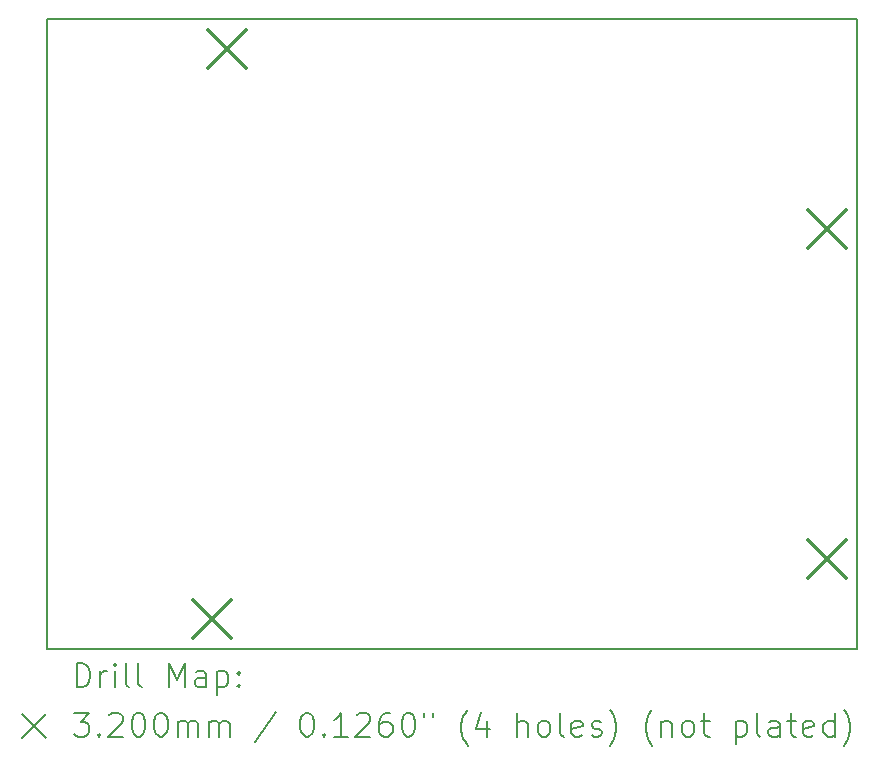
<source format=gbr>
%TF.GenerationSoftware,KiCad,Pcbnew,8.0.7*%
%TF.CreationDate,2025-01-27T00:19:11+09:00*%
%TF.ProjectId,arduino_clone,61726475-696e-46f5-9f63-6c6f6e652e6b,rev?*%
%TF.SameCoordinates,Original*%
%TF.FileFunction,Drillmap*%
%TF.FilePolarity,Positive*%
%FSLAX45Y45*%
G04 Gerber Fmt 4.5, Leading zero omitted, Abs format (unit mm)*
G04 Created by KiCad (PCBNEW 8.0.7) date 2025-01-27 00:19:11*
%MOMM*%
%LPD*%
G01*
G04 APERTURE LIST*
%ADD10C,0.150000*%
%ADD11C,0.200000*%
%ADD12C,0.320000*%
G04 APERTURE END LIST*
D10*
X10050000Y-10000000D02*
X10000000Y-10000000D01*
X10076200Y-4666000D02*
X10000000Y-4666000D01*
X10000000Y-4742200D02*
X10000000Y-4666000D01*
X16858000Y-6190000D02*
X16858000Y-4666000D01*
X16350000Y-4666000D02*
X16858000Y-4666000D01*
X16858000Y-9619000D02*
X16858000Y-10000000D01*
X16527800Y-10000000D02*
X16858000Y-10000000D01*
X10000000Y-10000000D02*
X10000000Y-4742200D01*
X16858000Y-6190000D02*
X16858000Y-9619000D01*
X16527800Y-10000000D02*
X10050000Y-10000000D01*
X10076200Y-4666000D02*
X16350000Y-4666000D01*
D11*
D12*
X11237000Y-9586000D02*
X11557000Y-9906000D01*
X11557000Y-9586000D02*
X11237000Y-9906000D01*
X11364000Y-4760000D02*
X11684000Y-5080000D01*
X11684000Y-4760000D02*
X11364000Y-5080000D01*
X16444000Y-6284000D02*
X16764000Y-6604000D01*
X16764000Y-6284000D02*
X16444000Y-6604000D01*
X16444000Y-9078000D02*
X16764000Y-9398000D01*
X16764000Y-9078000D02*
X16444000Y-9398000D01*
D11*
X10253277Y-10318984D02*
X10253277Y-10118984D01*
X10253277Y-10118984D02*
X10300896Y-10118984D01*
X10300896Y-10118984D02*
X10329467Y-10128508D01*
X10329467Y-10128508D02*
X10348515Y-10147555D01*
X10348515Y-10147555D02*
X10358039Y-10166603D01*
X10358039Y-10166603D02*
X10367563Y-10204698D01*
X10367563Y-10204698D02*
X10367563Y-10233270D01*
X10367563Y-10233270D02*
X10358039Y-10271365D01*
X10358039Y-10271365D02*
X10348515Y-10290412D01*
X10348515Y-10290412D02*
X10329467Y-10309460D01*
X10329467Y-10309460D02*
X10300896Y-10318984D01*
X10300896Y-10318984D02*
X10253277Y-10318984D01*
X10453277Y-10318984D02*
X10453277Y-10185650D01*
X10453277Y-10223746D02*
X10462801Y-10204698D01*
X10462801Y-10204698D02*
X10472324Y-10195174D01*
X10472324Y-10195174D02*
X10491372Y-10185650D01*
X10491372Y-10185650D02*
X10510420Y-10185650D01*
X10577086Y-10318984D02*
X10577086Y-10185650D01*
X10577086Y-10118984D02*
X10567563Y-10128508D01*
X10567563Y-10128508D02*
X10577086Y-10138031D01*
X10577086Y-10138031D02*
X10586610Y-10128508D01*
X10586610Y-10128508D02*
X10577086Y-10118984D01*
X10577086Y-10118984D02*
X10577086Y-10138031D01*
X10700896Y-10318984D02*
X10681848Y-10309460D01*
X10681848Y-10309460D02*
X10672324Y-10290412D01*
X10672324Y-10290412D02*
X10672324Y-10118984D01*
X10805658Y-10318984D02*
X10786610Y-10309460D01*
X10786610Y-10309460D02*
X10777086Y-10290412D01*
X10777086Y-10290412D02*
X10777086Y-10118984D01*
X11034229Y-10318984D02*
X11034229Y-10118984D01*
X11034229Y-10118984D02*
X11100896Y-10261841D01*
X11100896Y-10261841D02*
X11167563Y-10118984D01*
X11167563Y-10118984D02*
X11167563Y-10318984D01*
X11348515Y-10318984D02*
X11348515Y-10214222D01*
X11348515Y-10214222D02*
X11338991Y-10195174D01*
X11338991Y-10195174D02*
X11319943Y-10185650D01*
X11319943Y-10185650D02*
X11281848Y-10185650D01*
X11281848Y-10185650D02*
X11262801Y-10195174D01*
X11348515Y-10309460D02*
X11329467Y-10318984D01*
X11329467Y-10318984D02*
X11281848Y-10318984D01*
X11281848Y-10318984D02*
X11262801Y-10309460D01*
X11262801Y-10309460D02*
X11253277Y-10290412D01*
X11253277Y-10290412D02*
X11253277Y-10271365D01*
X11253277Y-10271365D02*
X11262801Y-10252317D01*
X11262801Y-10252317D02*
X11281848Y-10242793D01*
X11281848Y-10242793D02*
X11329467Y-10242793D01*
X11329467Y-10242793D02*
X11348515Y-10233270D01*
X11443753Y-10185650D02*
X11443753Y-10385650D01*
X11443753Y-10195174D02*
X11462801Y-10185650D01*
X11462801Y-10185650D02*
X11500896Y-10185650D01*
X11500896Y-10185650D02*
X11519943Y-10195174D01*
X11519943Y-10195174D02*
X11529467Y-10204698D01*
X11529467Y-10204698D02*
X11538991Y-10223746D01*
X11538991Y-10223746D02*
X11538991Y-10280889D01*
X11538991Y-10280889D02*
X11529467Y-10299936D01*
X11529467Y-10299936D02*
X11519943Y-10309460D01*
X11519943Y-10309460D02*
X11500896Y-10318984D01*
X11500896Y-10318984D02*
X11462801Y-10318984D01*
X11462801Y-10318984D02*
X11443753Y-10309460D01*
X11624705Y-10299936D02*
X11634229Y-10309460D01*
X11634229Y-10309460D02*
X11624705Y-10318984D01*
X11624705Y-10318984D02*
X11615182Y-10309460D01*
X11615182Y-10309460D02*
X11624705Y-10299936D01*
X11624705Y-10299936D02*
X11624705Y-10318984D01*
X11624705Y-10195174D02*
X11634229Y-10204698D01*
X11634229Y-10204698D02*
X11624705Y-10214222D01*
X11624705Y-10214222D02*
X11615182Y-10204698D01*
X11615182Y-10204698D02*
X11624705Y-10195174D01*
X11624705Y-10195174D02*
X11624705Y-10214222D01*
X9792500Y-10547500D02*
X9992500Y-10747500D01*
X9992500Y-10547500D02*
X9792500Y-10747500D01*
X10234229Y-10538984D02*
X10358039Y-10538984D01*
X10358039Y-10538984D02*
X10291372Y-10615174D01*
X10291372Y-10615174D02*
X10319944Y-10615174D01*
X10319944Y-10615174D02*
X10338991Y-10624698D01*
X10338991Y-10624698D02*
X10348515Y-10634222D01*
X10348515Y-10634222D02*
X10358039Y-10653270D01*
X10358039Y-10653270D02*
X10358039Y-10700889D01*
X10358039Y-10700889D02*
X10348515Y-10719936D01*
X10348515Y-10719936D02*
X10338991Y-10729460D01*
X10338991Y-10729460D02*
X10319944Y-10738984D01*
X10319944Y-10738984D02*
X10262801Y-10738984D01*
X10262801Y-10738984D02*
X10243753Y-10729460D01*
X10243753Y-10729460D02*
X10234229Y-10719936D01*
X10443753Y-10719936D02*
X10453277Y-10729460D01*
X10453277Y-10729460D02*
X10443753Y-10738984D01*
X10443753Y-10738984D02*
X10434229Y-10729460D01*
X10434229Y-10729460D02*
X10443753Y-10719936D01*
X10443753Y-10719936D02*
X10443753Y-10738984D01*
X10529467Y-10558031D02*
X10538991Y-10548508D01*
X10538991Y-10548508D02*
X10558039Y-10538984D01*
X10558039Y-10538984D02*
X10605658Y-10538984D01*
X10605658Y-10538984D02*
X10624705Y-10548508D01*
X10624705Y-10548508D02*
X10634229Y-10558031D01*
X10634229Y-10558031D02*
X10643753Y-10577079D01*
X10643753Y-10577079D02*
X10643753Y-10596127D01*
X10643753Y-10596127D02*
X10634229Y-10624698D01*
X10634229Y-10624698D02*
X10519944Y-10738984D01*
X10519944Y-10738984D02*
X10643753Y-10738984D01*
X10767563Y-10538984D02*
X10786610Y-10538984D01*
X10786610Y-10538984D02*
X10805658Y-10548508D01*
X10805658Y-10548508D02*
X10815182Y-10558031D01*
X10815182Y-10558031D02*
X10824705Y-10577079D01*
X10824705Y-10577079D02*
X10834229Y-10615174D01*
X10834229Y-10615174D02*
X10834229Y-10662793D01*
X10834229Y-10662793D02*
X10824705Y-10700889D01*
X10824705Y-10700889D02*
X10815182Y-10719936D01*
X10815182Y-10719936D02*
X10805658Y-10729460D01*
X10805658Y-10729460D02*
X10786610Y-10738984D01*
X10786610Y-10738984D02*
X10767563Y-10738984D01*
X10767563Y-10738984D02*
X10748515Y-10729460D01*
X10748515Y-10729460D02*
X10738991Y-10719936D01*
X10738991Y-10719936D02*
X10729467Y-10700889D01*
X10729467Y-10700889D02*
X10719944Y-10662793D01*
X10719944Y-10662793D02*
X10719944Y-10615174D01*
X10719944Y-10615174D02*
X10729467Y-10577079D01*
X10729467Y-10577079D02*
X10738991Y-10558031D01*
X10738991Y-10558031D02*
X10748515Y-10548508D01*
X10748515Y-10548508D02*
X10767563Y-10538984D01*
X10958039Y-10538984D02*
X10977086Y-10538984D01*
X10977086Y-10538984D02*
X10996134Y-10548508D01*
X10996134Y-10548508D02*
X11005658Y-10558031D01*
X11005658Y-10558031D02*
X11015182Y-10577079D01*
X11015182Y-10577079D02*
X11024705Y-10615174D01*
X11024705Y-10615174D02*
X11024705Y-10662793D01*
X11024705Y-10662793D02*
X11015182Y-10700889D01*
X11015182Y-10700889D02*
X11005658Y-10719936D01*
X11005658Y-10719936D02*
X10996134Y-10729460D01*
X10996134Y-10729460D02*
X10977086Y-10738984D01*
X10977086Y-10738984D02*
X10958039Y-10738984D01*
X10958039Y-10738984D02*
X10938991Y-10729460D01*
X10938991Y-10729460D02*
X10929467Y-10719936D01*
X10929467Y-10719936D02*
X10919944Y-10700889D01*
X10919944Y-10700889D02*
X10910420Y-10662793D01*
X10910420Y-10662793D02*
X10910420Y-10615174D01*
X10910420Y-10615174D02*
X10919944Y-10577079D01*
X10919944Y-10577079D02*
X10929467Y-10558031D01*
X10929467Y-10558031D02*
X10938991Y-10548508D01*
X10938991Y-10548508D02*
X10958039Y-10538984D01*
X11110420Y-10738984D02*
X11110420Y-10605650D01*
X11110420Y-10624698D02*
X11119944Y-10615174D01*
X11119944Y-10615174D02*
X11138991Y-10605650D01*
X11138991Y-10605650D02*
X11167563Y-10605650D01*
X11167563Y-10605650D02*
X11186610Y-10615174D01*
X11186610Y-10615174D02*
X11196134Y-10634222D01*
X11196134Y-10634222D02*
X11196134Y-10738984D01*
X11196134Y-10634222D02*
X11205658Y-10615174D01*
X11205658Y-10615174D02*
X11224705Y-10605650D01*
X11224705Y-10605650D02*
X11253277Y-10605650D01*
X11253277Y-10605650D02*
X11272324Y-10615174D01*
X11272324Y-10615174D02*
X11281848Y-10634222D01*
X11281848Y-10634222D02*
X11281848Y-10738984D01*
X11377086Y-10738984D02*
X11377086Y-10605650D01*
X11377086Y-10624698D02*
X11386610Y-10615174D01*
X11386610Y-10615174D02*
X11405658Y-10605650D01*
X11405658Y-10605650D02*
X11434229Y-10605650D01*
X11434229Y-10605650D02*
X11453277Y-10615174D01*
X11453277Y-10615174D02*
X11462801Y-10634222D01*
X11462801Y-10634222D02*
X11462801Y-10738984D01*
X11462801Y-10634222D02*
X11472324Y-10615174D01*
X11472324Y-10615174D02*
X11491372Y-10605650D01*
X11491372Y-10605650D02*
X11519943Y-10605650D01*
X11519943Y-10605650D02*
X11538991Y-10615174D01*
X11538991Y-10615174D02*
X11548515Y-10634222D01*
X11548515Y-10634222D02*
X11548515Y-10738984D01*
X11938991Y-10529460D02*
X11767563Y-10786603D01*
X12196134Y-10538984D02*
X12215182Y-10538984D01*
X12215182Y-10538984D02*
X12234229Y-10548508D01*
X12234229Y-10548508D02*
X12243753Y-10558031D01*
X12243753Y-10558031D02*
X12253277Y-10577079D01*
X12253277Y-10577079D02*
X12262801Y-10615174D01*
X12262801Y-10615174D02*
X12262801Y-10662793D01*
X12262801Y-10662793D02*
X12253277Y-10700889D01*
X12253277Y-10700889D02*
X12243753Y-10719936D01*
X12243753Y-10719936D02*
X12234229Y-10729460D01*
X12234229Y-10729460D02*
X12215182Y-10738984D01*
X12215182Y-10738984D02*
X12196134Y-10738984D01*
X12196134Y-10738984D02*
X12177086Y-10729460D01*
X12177086Y-10729460D02*
X12167563Y-10719936D01*
X12167563Y-10719936D02*
X12158039Y-10700889D01*
X12158039Y-10700889D02*
X12148515Y-10662793D01*
X12148515Y-10662793D02*
X12148515Y-10615174D01*
X12148515Y-10615174D02*
X12158039Y-10577079D01*
X12158039Y-10577079D02*
X12167563Y-10558031D01*
X12167563Y-10558031D02*
X12177086Y-10548508D01*
X12177086Y-10548508D02*
X12196134Y-10538984D01*
X12348515Y-10719936D02*
X12358039Y-10729460D01*
X12358039Y-10729460D02*
X12348515Y-10738984D01*
X12348515Y-10738984D02*
X12338991Y-10729460D01*
X12338991Y-10729460D02*
X12348515Y-10719936D01*
X12348515Y-10719936D02*
X12348515Y-10738984D01*
X12548515Y-10738984D02*
X12434229Y-10738984D01*
X12491372Y-10738984D02*
X12491372Y-10538984D01*
X12491372Y-10538984D02*
X12472325Y-10567555D01*
X12472325Y-10567555D02*
X12453277Y-10586603D01*
X12453277Y-10586603D02*
X12434229Y-10596127D01*
X12624706Y-10558031D02*
X12634229Y-10548508D01*
X12634229Y-10548508D02*
X12653277Y-10538984D01*
X12653277Y-10538984D02*
X12700896Y-10538984D01*
X12700896Y-10538984D02*
X12719944Y-10548508D01*
X12719944Y-10548508D02*
X12729467Y-10558031D01*
X12729467Y-10558031D02*
X12738991Y-10577079D01*
X12738991Y-10577079D02*
X12738991Y-10596127D01*
X12738991Y-10596127D02*
X12729467Y-10624698D01*
X12729467Y-10624698D02*
X12615182Y-10738984D01*
X12615182Y-10738984D02*
X12738991Y-10738984D01*
X12910420Y-10538984D02*
X12872325Y-10538984D01*
X12872325Y-10538984D02*
X12853277Y-10548508D01*
X12853277Y-10548508D02*
X12843753Y-10558031D01*
X12843753Y-10558031D02*
X12824706Y-10586603D01*
X12824706Y-10586603D02*
X12815182Y-10624698D01*
X12815182Y-10624698D02*
X12815182Y-10700889D01*
X12815182Y-10700889D02*
X12824706Y-10719936D01*
X12824706Y-10719936D02*
X12834229Y-10729460D01*
X12834229Y-10729460D02*
X12853277Y-10738984D01*
X12853277Y-10738984D02*
X12891372Y-10738984D01*
X12891372Y-10738984D02*
X12910420Y-10729460D01*
X12910420Y-10729460D02*
X12919944Y-10719936D01*
X12919944Y-10719936D02*
X12929467Y-10700889D01*
X12929467Y-10700889D02*
X12929467Y-10653270D01*
X12929467Y-10653270D02*
X12919944Y-10634222D01*
X12919944Y-10634222D02*
X12910420Y-10624698D01*
X12910420Y-10624698D02*
X12891372Y-10615174D01*
X12891372Y-10615174D02*
X12853277Y-10615174D01*
X12853277Y-10615174D02*
X12834229Y-10624698D01*
X12834229Y-10624698D02*
X12824706Y-10634222D01*
X12824706Y-10634222D02*
X12815182Y-10653270D01*
X13053277Y-10538984D02*
X13072325Y-10538984D01*
X13072325Y-10538984D02*
X13091372Y-10548508D01*
X13091372Y-10548508D02*
X13100896Y-10558031D01*
X13100896Y-10558031D02*
X13110420Y-10577079D01*
X13110420Y-10577079D02*
X13119944Y-10615174D01*
X13119944Y-10615174D02*
X13119944Y-10662793D01*
X13119944Y-10662793D02*
X13110420Y-10700889D01*
X13110420Y-10700889D02*
X13100896Y-10719936D01*
X13100896Y-10719936D02*
X13091372Y-10729460D01*
X13091372Y-10729460D02*
X13072325Y-10738984D01*
X13072325Y-10738984D02*
X13053277Y-10738984D01*
X13053277Y-10738984D02*
X13034229Y-10729460D01*
X13034229Y-10729460D02*
X13024706Y-10719936D01*
X13024706Y-10719936D02*
X13015182Y-10700889D01*
X13015182Y-10700889D02*
X13005658Y-10662793D01*
X13005658Y-10662793D02*
X13005658Y-10615174D01*
X13005658Y-10615174D02*
X13015182Y-10577079D01*
X13015182Y-10577079D02*
X13024706Y-10558031D01*
X13024706Y-10558031D02*
X13034229Y-10548508D01*
X13034229Y-10548508D02*
X13053277Y-10538984D01*
X13196134Y-10538984D02*
X13196134Y-10577079D01*
X13272325Y-10538984D02*
X13272325Y-10577079D01*
X13567563Y-10815174D02*
X13558039Y-10805650D01*
X13558039Y-10805650D02*
X13538991Y-10777079D01*
X13538991Y-10777079D02*
X13529468Y-10758031D01*
X13529468Y-10758031D02*
X13519944Y-10729460D01*
X13519944Y-10729460D02*
X13510420Y-10681841D01*
X13510420Y-10681841D02*
X13510420Y-10643746D01*
X13510420Y-10643746D02*
X13519944Y-10596127D01*
X13519944Y-10596127D02*
X13529468Y-10567555D01*
X13529468Y-10567555D02*
X13538991Y-10548508D01*
X13538991Y-10548508D02*
X13558039Y-10519936D01*
X13558039Y-10519936D02*
X13567563Y-10510412D01*
X13729468Y-10605650D02*
X13729468Y-10738984D01*
X13681848Y-10529460D02*
X13634229Y-10672317D01*
X13634229Y-10672317D02*
X13758039Y-10672317D01*
X13986610Y-10738984D02*
X13986610Y-10538984D01*
X14072325Y-10738984D02*
X14072325Y-10634222D01*
X14072325Y-10634222D02*
X14062801Y-10615174D01*
X14062801Y-10615174D02*
X14043753Y-10605650D01*
X14043753Y-10605650D02*
X14015182Y-10605650D01*
X14015182Y-10605650D02*
X13996134Y-10615174D01*
X13996134Y-10615174D02*
X13986610Y-10624698D01*
X14196134Y-10738984D02*
X14177087Y-10729460D01*
X14177087Y-10729460D02*
X14167563Y-10719936D01*
X14167563Y-10719936D02*
X14158039Y-10700889D01*
X14158039Y-10700889D02*
X14158039Y-10643746D01*
X14158039Y-10643746D02*
X14167563Y-10624698D01*
X14167563Y-10624698D02*
X14177087Y-10615174D01*
X14177087Y-10615174D02*
X14196134Y-10605650D01*
X14196134Y-10605650D02*
X14224706Y-10605650D01*
X14224706Y-10605650D02*
X14243753Y-10615174D01*
X14243753Y-10615174D02*
X14253277Y-10624698D01*
X14253277Y-10624698D02*
X14262801Y-10643746D01*
X14262801Y-10643746D02*
X14262801Y-10700889D01*
X14262801Y-10700889D02*
X14253277Y-10719936D01*
X14253277Y-10719936D02*
X14243753Y-10729460D01*
X14243753Y-10729460D02*
X14224706Y-10738984D01*
X14224706Y-10738984D02*
X14196134Y-10738984D01*
X14377087Y-10738984D02*
X14358039Y-10729460D01*
X14358039Y-10729460D02*
X14348515Y-10710412D01*
X14348515Y-10710412D02*
X14348515Y-10538984D01*
X14529468Y-10729460D02*
X14510420Y-10738984D01*
X14510420Y-10738984D02*
X14472325Y-10738984D01*
X14472325Y-10738984D02*
X14453277Y-10729460D01*
X14453277Y-10729460D02*
X14443753Y-10710412D01*
X14443753Y-10710412D02*
X14443753Y-10634222D01*
X14443753Y-10634222D02*
X14453277Y-10615174D01*
X14453277Y-10615174D02*
X14472325Y-10605650D01*
X14472325Y-10605650D02*
X14510420Y-10605650D01*
X14510420Y-10605650D02*
X14529468Y-10615174D01*
X14529468Y-10615174D02*
X14538991Y-10634222D01*
X14538991Y-10634222D02*
X14538991Y-10653270D01*
X14538991Y-10653270D02*
X14443753Y-10672317D01*
X14615182Y-10729460D02*
X14634230Y-10738984D01*
X14634230Y-10738984D02*
X14672325Y-10738984D01*
X14672325Y-10738984D02*
X14691372Y-10729460D01*
X14691372Y-10729460D02*
X14700896Y-10710412D01*
X14700896Y-10710412D02*
X14700896Y-10700889D01*
X14700896Y-10700889D02*
X14691372Y-10681841D01*
X14691372Y-10681841D02*
X14672325Y-10672317D01*
X14672325Y-10672317D02*
X14643753Y-10672317D01*
X14643753Y-10672317D02*
X14624706Y-10662793D01*
X14624706Y-10662793D02*
X14615182Y-10643746D01*
X14615182Y-10643746D02*
X14615182Y-10634222D01*
X14615182Y-10634222D02*
X14624706Y-10615174D01*
X14624706Y-10615174D02*
X14643753Y-10605650D01*
X14643753Y-10605650D02*
X14672325Y-10605650D01*
X14672325Y-10605650D02*
X14691372Y-10615174D01*
X14767563Y-10815174D02*
X14777087Y-10805650D01*
X14777087Y-10805650D02*
X14796134Y-10777079D01*
X14796134Y-10777079D02*
X14805658Y-10758031D01*
X14805658Y-10758031D02*
X14815182Y-10729460D01*
X14815182Y-10729460D02*
X14824706Y-10681841D01*
X14824706Y-10681841D02*
X14824706Y-10643746D01*
X14824706Y-10643746D02*
X14815182Y-10596127D01*
X14815182Y-10596127D02*
X14805658Y-10567555D01*
X14805658Y-10567555D02*
X14796134Y-10548508D01*
X14796134Y-10548508D02*
X14777087Y-10519936D01*
X14777087Y-10519936D02*
X14767563Y-10510412D01*
X15129468Y-10815174D02*
X15119944Y-10805650D01*
X15119944Y-10805650D02*
X15100896Y-10777079D01*
X15100896Y-10777079D02*
X15091372Y-10758031D01*
X15091372Y-10758031D02*
X15081849Y-10729460D01*
X15081849Y-10729460D02*
X15072325Y-10681841D01*
X15072325Y-10681841D02*
X15072325Y-10643746D01*
X15072325Y-10643746D02*
X15081849Y-10596127D01*
X15081849Y-10596127D02*
X15091372Y-10567555D01*
X15091372Y-10567555D02*
X15100896Y-10548508D01*
X15100896Y-10548508D02*
X15119944Y-10519936D01*
X15119944Y-10519936D02*
X15129468Y-10510412D01*
X15205658Y-10605650D02*
X15205658Y-10738984D01*
X15205658Y-10624698D02*
X15215182Y-10615174D01*
X15215182Y-10615174D02*
X15234230Y-10605650D01*
X15234230Y-10605650D02*
X15262801Y-10605650D01*
X15262801Y-10605650D02*
X15281849Y-10615174D01*
X15281849Y-10615174D02*
X15291372Y-10634222D01*
X15291372Y-10634222D02*
X15291372Y-10738984D01*
X15415182Y-10738984D02*
X15396134Y-10729460D01*
X15396134Y-10729460D02*
X15386611Y-10719936D01*
X15386611Y-10719936D02*
X15377087Y-10700889D01*
X15377087Y-10700889D02*
X15377087Y-10643746D01*
X15377087Y-10643746D02*
X15386611Y-10624698D01*
X15386611Y-10624698D02*
X15396134Y-10615174D01*
X15396134Y-10615174D02*
X15415182Y-10605650D01*
X15415182Y-10605650D02*
X15443753Y-10605650D01*
X15443753Y-10605650D02*
X15462801Y-10615174D01*
X15462801Y-10615174D02*
X15472325Y-10624698D01*
X15472325Y-10624698D02*
X15481849Y-10643746D01*
X15481849Y-10643746D02*
X15481849Y-10700889D01*
X15481849Y-10700889D02*
X15472325Y-10719936D01*
X15472325Y-10719936D02*
X15462801Y-10729460D01*
X15462801Y-10729460D02*
X15443753Y-10738984D01*
X15443753Y-10738984D02*
X15415182Y-10738984D01*
X15538992Y-10605650D02*
X15615182Y-10605650D01*
X15567563Y-10538984D02*
X15567563Y-10710412D01*
X15567563Y-10710412D02*
X15577087Y-10729460D01*
X15577087Y-10729460D02*
X15596134Y-10738984D01*
X15596134Y-10738984D02*
X15615182Y-10738984D01*
X15834230Y-10605650D02*
X15834230Y-10805650D01*
X15834230Y-10615174D02*
X15853277Y-10605650D01*
X15853277Y-10605650D02*
X15891373Y-10605650D01*
X15891373Y-10605650D02*
X15910420Y-10615174D01*
X15910420Y-10615174D02*
X15919944Y-10624698D01*
X15919944Y-10624698D02*
X15929468Y-10643746D01*
X15929468Y-10643746D02*
X15929468Y-10700889D01*
X15929468Y-10700889D02*
X15919944Y-10719936D01*
X15919944Y-10719936D02*
X15910420Y-10729460D01*
X15910420Y-10729460D02*
X15891373Y-10738984D01*
X15891373Y-10738984D02*
X15853277Y-10738984D01*
X15853277Y-10738984D02*
X15834230Y-10729460D01*
X16043753Y-10738984D02*
X16024706Y-10729460D01*
X16024706Y-10729460D02*
X16015182Y-10710412D01*
X16015182Y-10710412D02*
X16015182Y-10538984D01*
X16205658Y-10738984D02*
X16205658Y-10634222D01*
X16205658Y-10634222D02*
X16196134Y-10615174D01*
X16196134Y-10615174D02*
X16177087Y-10605650D01*
X16177087Y-10605650D02*
X16138992Y-10605650D01*
X16138992Y-10605650D02*
X16119944Y-10615174D01*
X16205658Y-10729460D02*
X16186611Y-10738984D01*
X16186611Y-10738984D02*
X16138992Y-10738984D01*
X16138992Y-10738984D02*
X16119944Y-10729460D01*
X16119944Y-10729460D02*
X16110420Y-10710412D01*
X16110420Y-10710412D02*
X16110420Y-10691365D01*
X16110420Y-10691365D02*
X16119944Y-10672317D01*
X16119944Y-10672317D02*
X16138992Y-10662793D01*
X16138992Y-10662793D02*
X16186611Y-10662793D01*
X16186611Y-10662793D02*
X16205658Y-10653270D01*
X16272325Y-10605650D02*
X16348515Y-10605650D01*
X16300896Y-10538984D02*
X16300896Y-10710412D01*
X16300896Y-10710412D02*
X16310420Y-10729460D01*
X16310420Y-10729460D02*
X16329468Y-10738984D01*
X16329468Y-10738984D02*
X16348515Y-10738984D01*
X16491373Y-10729460D02*
X16472325Y-10738984D01*
X16472325Y-10738984D02*
X16434230Y-10738984D01*
X16434230Y-10738984D02*
X16415182Y-10729460D01*
X16415182Y-10729460D02*
X16405658Y-10710412D01*
X16405658Y-10710412D02*
X16405658Y-10634222D01*
X16405658Y-10634222D02*
X16415182Y-10615174D01*
X16415182Y-10615174D02*
X16434230Y-10605650D01*
X16434230Y-10605650D02*
X16472325Y-10605650D01*
X16472325Y-10605650D02*
X16491373Y-10615174D01*
X16491373Y-10615174D02*
X16500896Y-10634222D01*
X16500896Y-10634222D02*
X16500896Y-10653270D01*
X16500896Y-10653270D02*
X16405658Y-10672317D01*
X16672325Y-10738984D02*
X16672325Y-10538984D01*
X16672325Y-10729460D02*
X16653277Y-10738984D01*
X16653277Y-10738984D02*
X16615182Y-10738984D01*
X16615182Y-10738984D02*
X16596134Y-10729460D01*
X16596134Y-10729460D02*
X16586611Y-10719936D01*
X16586611Y-10719936D02*
X16577087Y-10700889D01*
X16577087Y-10700889D02*
X16577087Y-10643746D01*
X16577087Y-10643746D02*
X16586611Y-10624698D01*
X16586611Y-10624698D02*
X16596134Y-10615174D01*
X16596134Y-10615174D02*
X16615182Y-10605650D01*
X16615182Y-10605650D02*
X16653277Y-10605650D01*
X16653277Y-10605650D02*
X16672325Y-10615174D01*
X16748515Y-10815174D02*
X16758039Y-10805650D01*
X16758039Y-10805650D02*
X16777087Y-10777079D01*
X16777087Y-10777079D02*
X16786611Y-10758031D01*
X16786611Y-10758031D02*
X16796135Y-10729460D01*
X16796135Y-10729460D02*
X16805658Y-10681841D01*
X16805658Y-10681841D02*
X16805658Y-10643746D01*
X16805658Y-10643746D02*
X16796135Y-10596127D01*
X16796135Y-10596127D02*
X16786611Y-10567555D01*
X16786611Y-10567555D02*
X16777087Y-10548508D01*
X16777087Y-10548508D02*
X16758039Y-10519936D01*
X16758039Y-10519936D02*
X16748515Y-10510412D01*
M02*

</source>
